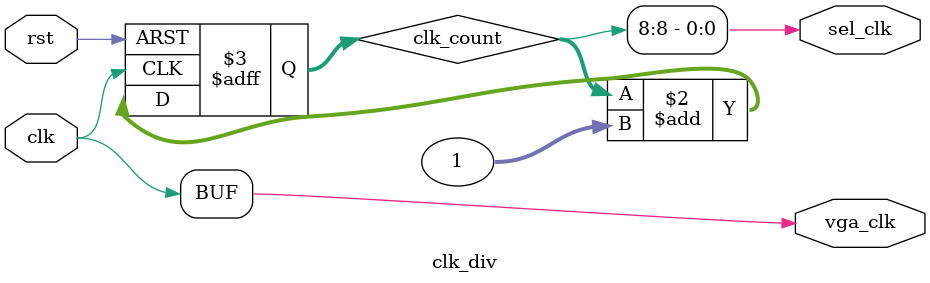
<source format=v>
`timescale 1ns / 1ps
module clk_div #(parameter SEL = 8)(
		input clk,
		input rst,
		output sel_clk,
		output vga_clk
    );

reg [31:0] clk_count;
always @(posedge clk or posedge rst) begin
	if(rst) begin
		clk_count <= 32'b0;
	end else begin
		clk_count <= clk_count + 32'b1;
	end
end

//always @(posedge clk or posedge rst) begin
//	if(rst) begin
//		sel_clk <= 1'b0;
//	end else if(clk_count == 32'd8) begin
//		sel_clk <= ~sel_clk;
//	end
//end

assign sel_clk = clk_count[SEL];
assign vga_clk = clk; //100mHZ

endmodule

</source>
